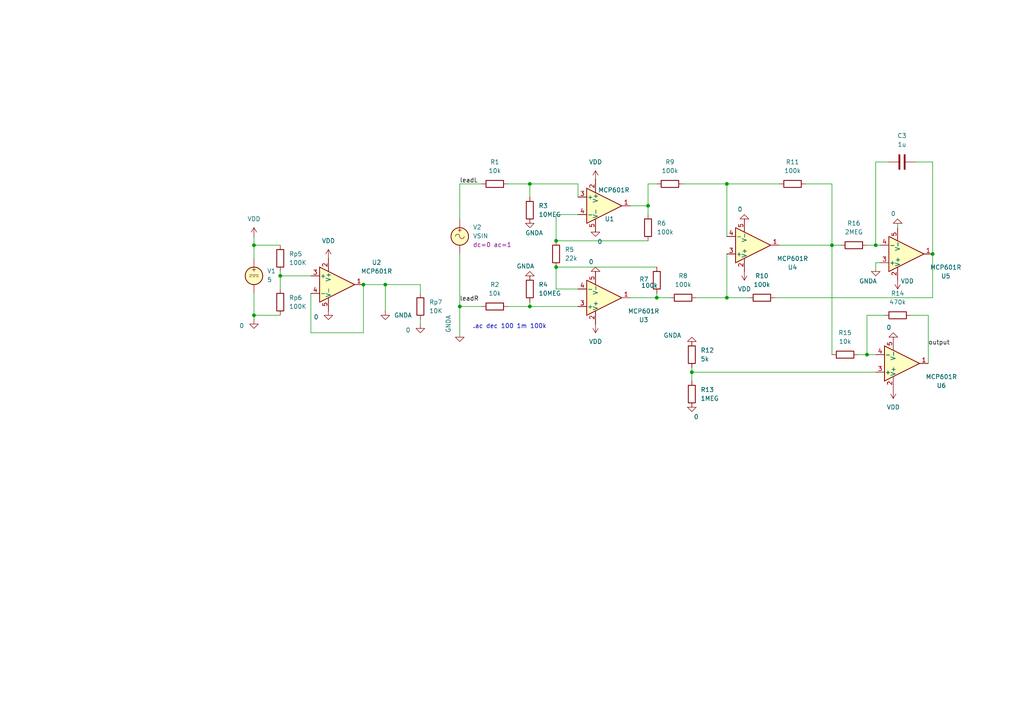
<source format=kicad_sch>
(kicad_sch (version 20250114) (generator "eeschema") (generator_version "9.0")
  (paper "A4")
  (lib_symbols
    (symbol "Amplifier_Operational:MCP601R" (pin_names (offset 0.127))
      (property "Reference" "U" (at 0 5.08 0))
      (property "Value" "MCP601R" (at 0 -5.08 0))
      (symbol "MCP601R_0_1"
        (polyline (pts (xy -5.08 5.08) (xy 5.08 0) (xy -5.08 -5.08) (xy -5.08 5.08)) (stroke (width 0.254)) (fill (type background)))
      )
      (symbol "MCP601R_1_1"
        (pin input line (at -7.62 2.54 0) (length 2.54) (name "+") (number "3"))
        (pin input line (at -7.62 -2.54 0) (length 2.54) (name "-") (number "4"))
        (pin power_in line (at -2.54 7.62 270) (length 3.81) (name "V+") (number "2"))
        (pin power_in line (at -2.54 -7.62 90) (length 3.81) (name "V-") (number "5"))
        (pin output line (at 7.62 0 180) (length 2.54) (name "~") (number "1"))
      )
    )
    (symbol "Device:C" (pin_numbers (hide yes)) (pin_names (offset 0.254))
      (property "Reference" "C" (at 0.635 2.54 0))
      (property "Value" "C" (at 0.635 -2.54 0))
      (symbol "C_0_1"
        (polyline (pts (xy -2.032 0.762) (xy 2.032 0.762)) (stroke (width 0.508)))
        (polyline (pts (xy -2.032 -0.762) (xy 2.032 -0.762)) (stroke (width 0.508)))
      )
      (symbol "C_1_1"
        (pin passive line (at 0 3.81 270) (length 2.794) (name "~") (number "1"))
        (pin passive line (at 0 -3.81 90) (length 2.794) (name "~") (number "2"))
      )
    )
    (symbol "Device:R" (pin_numbers (hide yes)) (pin_names (offset 0))
      (property "Reference" "R" (at 2.032 0 90))
      (property "Value" "R" (at 0 0 90))
      (symbol "R_0_1"
        (rectangle (start -1.016 -2.54) (end 1.016 2.54) (stroke (width 0.254)))
      )
      (symbol "R_1_1"
        (pin passive line (at 0 3.81 270) (length 1.27) (name "~") (number "1"))
        (pin passive line (at 0 -3.81 90) (length 1.27) (name "~") (number "2"))
      )
    )
    (symbol "Simulation_SPICE:0" (power) (pin_numbers (hide yes)) (pin_names (offset 0) (hide yes))
      (property "Value" "0" (at 0 -2.54 0))
      (symbol "0_0_1"
        (polyline (pts (xy -1.27 0) (xy 0 -1.27) (xy 1.27 0) (xy -1.27 0)))
      )
      (symbol "0_1_1"
        (pin power_in line (at 0 0 0) (length 0) (name "~") (number "1"))
      )
    )
    (symbol "Simulation_SPICE:VDC" (pin_numbers (hide yes)) (pin_names (offset 0.0254))
      (property "Reference" "V" (at 2.54 2.54 0))
      (property "Value" "1" (at 2.54 0 0))
      (symbol "VDC_0_0"
        (polyline (pts (xy -1.27 0.254) (xy 1.27 0.254)))
        (polyline (pts (xy -0.762 -0.254) (xy -1.27 -0.254)))
        (polyline (pts (xy 0.254 -0.254) (xy -0.254 -0.254)))
        (polyline (pts (xy 1.27 -0.254) (xy 0.762 -0.254)))
        (text "+" (at 0 1.905 0) (effects (font (size 1.27 1.27))))
      )
      (symbol "VDC_0_1"
        (circle (center 0 0) (radius 2.54) (stroke (width 0.254)) (fill (type background)))
      )
      (symbol "VDC_1_1"
        (pin passive line (at 0 5.08 270) (length 2.54) (name "~") (number "1"))
        (pin passive line (at 0 -5.08 90) (length 2.54) (name "~") (number "2"))
      )
    )
    (symbol "Simulation_SPICE:VSIN" (pin_numbers (hide yes)) (pin_names (offset 0.0254))
      (property "Reference" "V" (at 2.54 2.54 0))
      (property "Value" "VSIN" (at 2.54 0 0))
      (property "Sim.Params" "dc=0 ampl=1 f=1k ac=1" (at 2.54 -2.54 0))
      (symbol "VSIN_0_0"
        (arc (start -1.27 0) (mid -0.635 0.6323) (end 0 0))
        (arc (start 1.27 0) (mid 0.635 -0.6323) (end 0 0))
        (text "+" (at 0 1.905 0) (effects (font (size 1.27 1.27))))
      )
      (symbol "VSIN_0_1"
        (circle (center 0 0) (radius 2.54) (stroke (width 0.254)) (fill (type background)))
      )
      (symbol "VSIN_1_1"
        (pin passive line (at 0 5.08 270) (length 2.54) (name "~") (number "1"))
        (pin passive line (at 0 -5.08 90) (length 2.54) (name "~") (number "2"))
      )
    )
    (symbol "power:GND" (power) (pin_numbers (hide yes)) (pin_names (offset 0) (hide yes))
      (property "Value" "GND" (at 0 -3.81 0))
      (symbol "GND_0_1"
        (polyline (pts (xy 0 0) (xy 0 -1.27) (xy 1.27 -1.27) (xy 0 -2.54) (xy -1.27 -1.27) (xy 0 -1.27)))
      )
      (symbol "GND_1_1"
        (pin power_in line (at 0 0 270) (length 0) (name "~") (number "1"))
      )
    )
    (symbol "power:VDD" (power) (pin_numbers (hide yes)) (pin_names (offset 0) (hide yes))
      (property "Value" "VDD" (at 0 3.556 0))
      (symbol "VDD_0_1"
        (polyline (pts (xy -0.762 1.27) (xy 0 2.54)))
        (polyline (pts (xy 0 2.54) (xy 0.762 1.27)))
        (polyline (pts (xy 0 0) (xy 0 2.54)))
      )
      (symbol "VDD_1_1"
        (pin power_in line (at 0 0 90) (length 0) (name "~") (number "1"))
      )
    )
  )
  (text ".ac dec 100 1m 100k" (at 147.828 94.742 0) (effects (font (size 1.27 1.27))))
  (junction (at 161.29 77.47))
  (junction (at 187.96 59.69))
  (junction (at 190.5 86.36))
  (junction (at 161.29 69.85))
  (junction (at 73.66 91.44))
  (junction (at 251.46 102.87))
  (junction (at 105.41 82.55))
  (junction (at 210.82 86.36))
  (junction (at 111.76 82.55))
  (junction (at 241.3 71.12))
  (junction (at 200.66 107.95))
  (junction (at 133.35 88.9))
  (junction (at 210.82 53.34))
  (junction (at 81.28 80.01))
  (junction (at 153.67 88.9))
  (junction (at 153.67 53.34))
  (junction (at 73.66 71.12))
  (junction (at 270.51 73.66))
  (junction (at 254 71.12))
  (wire (pts (xy 241.3 53.34) (xy 233.68 53.34)))
  (wire (pts (xy 260.35 66.04) (xy 260.35 64.77)))
  (wire (pts (xy 201.93 86.36) (xy 210.82 86.36)))
  (wire (pts (xy 226.06 71.12) (xy 241.3 71.12)))
  (wire (pts (xy 198.12 53.34) (xy 210.82 53.34)))
  (wire (pts (xy 111.76 82.55) (xy 121.92 82.55)))
  (wire (pts (xy 153.67 87.63) (xy 153.67 88.9)))
  (wire (pts (xy 153.67 53.34) (xy 153.67 57.15)))
  (wire (pts (xy 73.66 92.71) (xy 73.66 91.44)))
  (wire (pts (xy 90.17 85.09) (xy 90.17 96.52)))
  (wire (pts (xy 210.82 53.34) (xy 210.82 68.58)))
  (wire (pts (xy 105.41 82.55) (xy 111.76 82.55)))
  (wire (pts (xy 111.76 82.55) (xy 111.76 90.17)))
  (wire (pts (xy 161.29 83.82) (xy 161.29 77.47)))
  (wire (pts (xy 133.35 73.66) (xy 133.35 88.9)))
  (wire (pts (xy 265.43 46.99) (xy 270.51 46.99)))
  (wire (pts (xy 81.28 80.01) (xy 81.28 83.82)))
  (wire (pts (xy 251.46 91.44) (xy 251.46 102.87)))
  (wire (pts (xy 257.81 46.99) (xy 254 46.99)))
  (wire (pts (xy 270.51 46.99) (xy 270.51 73.66)))
  (wire (pts (xy 190.5 85.09) (xy 190.5 86.36)))
  (wire (pts (xy 270.51 86.36) (xy 270.51 73.66)))
  (wire (pts (xy 241.3 102.87) (xy 241.3 71.12)))
  (wire (pts (xy 210.82 86.36) (xy 217.17 86.36)))
  (wire (pts (xy 210.82 73.66) (xy 210.82 86.36)))
  (wire (pts (xy 200.66 107.95) (xy 200.66 110.49)))
  (wire (pts (xy 153.67 53.34) (xy 167.64 53.34)))
  (wire (pts (xy 90.17 96.52) (xy 105.41 96.52)))
  (wire (pts (xy 73.66 71.12) (xy 73.66 68.58)))
  (wire (pts (xy 81.28 80.01) (xy 90.17 80.01)))
  (wire (pts (xy 187.96 59.69) (xy 187.96 62.23)))
  (wire (pts (xy 121.92 92.71) (xy 121.92 93.98)))
  (wire (pts (xy 167.64 62.23) (xy 161.29 62.23)))
  (wire (pts (xy 200.66 107.95) (xy 254 107.95)))
  (wire (pts (xy 200.66 106.68) (xy 200.66 107.95)))
  (wire (pts (xy 254 78.74) (xy 254 76.2)))
  (wire (pts (xy 248.92 102.87) (xy 251.46 102.87)))
  (wire (pts (xy 81.28 91.44) (xy 73.66 91.44)))
  (wire (pts (xy 254 46.99) (xy 254 71.12)))
  (wire (pts (xy 161.29 62.23) (xy 161.29 69.85)))
  (wire (pts (xy 269.24 105.41) (xy 269.24 91.44)))
  (wire (pts (xy 73.66 71.12) (xy 73.66 74.93)))
  (wire (pts (xy 161.29 77.47) (xy 190.5 77.47)))
  (wire (pts (xy 81.28 78.74) (xy 81.28 80.01)))
  (wire (pts (xy 182.88 59.69) (xy 187.96 59.69)))
  (wire (pts (xy 105.41 82.55) (xy 105.41 96.52)))
  (wire (pts (xy 167.64 53.34) (xy 167.64 57.15)))
  (wire (pts (xy 190.5 53.34) (xy 187.96 53.34)))
  (wire (pts (xy 182.88 86.36) (xy 190.5 86.36)))
  (wire (pts (xy 167.64 83.82) (xy 161.29 83.82)))
  (wire (pts (xy 187.96 53.34) (xy 187.96 59.69)))
  (wire (pts (xy 139.7 88.9) (xy 133.35 88.9)))
  (wire (pts (xy 241.3 71.12) (xy 243.84 71.12)))
  (wire (pts (xy 133.35 53.34) (xy 133.35 63.5)))
  (wire (pts (xy 153.67 88.9) (xy 167.64 88.9)))
  (wire (pts (xy 121.92 82.55) (xy 121.92 85.09)))
  (wire (pts (xy 81.28 71.12) (xy 73.66 71.12)))
  (wire (pts (xy 269.24 91.44) (xy 264.16 91.44)))
  (wire (pts (xy 241.3 53.34) (xy 241.3 71.12)))
  (wire (pts (xy 147.32 88.9) (xy 153.67 88.9)))
  (wire (pts (xy 224.79 86.36) (xy 270.51 86.36)))
  (wire (pts (xy 133.35 88.9) (xy 133.35 97.79)))
  (wire (pts (xy 147.32 53.34) (xy 153.67 53.34)))
  (wire (pts (xy 210.82 53.34) (xy 226.06 53.34)))
  (wire (pts (xy 73.66 91.44) (xy 73.66 85.09)))
  (wire (pts (xy 251.46 102.87) (xy 254 102.87)))
  (wire (pts (xy 254 71.12) (xy 255.27 71.12)))
  (wire (pts (xy 139.7 53.34) (xy 133.35 53.34)))
  (wire (pts (xy 254 76.2) (xy 255.27 76.2)))
  (wire (pts (xy 161.29 69.85) (xy 187.96 69.85)))
  (wire (pts (xy 251.46 71.12) (xy 254 71.12)))
  (wire (pts (xy 256.54 91.44) (xy 251.46 91.44)))
  (wire (pts (xy 190.5 86.36) (xy 194.31 86.36)))
  (label "leadR" (at 133.35 87.63 0))
  (label "leadL" (at 133.35 53.34 0))
  (label "output" (at 269.24 100.33 0))
  (symbol (lib_id "power:VDD") (at 260.35 81.28 180) (unit 1)
    (property "Reference" "#PWR011" (effects (hide yes)))
    (property "Value" "VDD" (at 263.144 81.534 0))
    (property "Description" "Power symbol creates a global label with name \"VDD\"" (effects (hide yes)))
  )
  (symbol (lib_id "power:GND") (at 121.92 93.98 0) (unit 1)
    (property "Reference" "#PWR07" (effects (hide yes)))
    (property "Value" "0" (at 118.364 95.758 0))
    (property "Description" "Power symbol creates a global label with name \"GND\" , ground" (effects (hide yes)))
  )
  (symbol (lib_id "power:GND") (at 111.76 90.17 0) (unit 1)
    (property "Reference" "#PWR08" (effects (hide yes)))
    (property "Value" "GNDA" (at 114.3 91.4399 0) (effects (justify left)))
    (property "Description" "Power symbol creates a global label with name \"GND\" , ground" (effects (hide yes)))
  )
  (symbol (lib_id "Amplifier_Operational:MCP601R") (at 261.62 105.41 0) (mirror x) (unit 1)
    (property "Reference" "U6" (at 273.05 111.8302 0))
    (property "Value" "MCP601R" (at 273.05 109.2902 0))
    (property "Footprint" "Package_TO_SOT_SMD:SOT-23-5" (effects (hide yes)))
    (property "Datasheet" "https://ww1.microchip.com/downloads/en/DeviceDoc/21314g.pdf" (effects (hide yes)))
    (property "Description" "Single 2.7V to 6.0V Single Supply CMOS Op Amps, SOT-23-5" (effects (hide yes)))
    (property "Sim.Library" "/home/pepika/work/faks/medicinska_elektronika/vezba1/MCP601_opamp.txt" (effects (hide yes)))
    (property "Sim.Name" "MCP601" (effects (hide yes)))
    (property "Sim.Device" "SUBCKT" (effects (hide yes)))
    (property "Sim.Pins" "1=5 2=3 3=1 4=2 5=4" (effects (hide yes)))
  )
  (symbol (lib_id "Amplifier_Operational:MCP601R") (at 218.44 71.12 0) (mirror x) (unit 1)
    (property "Reference" "U4" (at 229.87 77.5402 0))
    (property "Value" "MCP601R" (at 229.87 75.0002 0))
    (property "Footprint" "Package_TO_SOT_SMD:SOT-23-5" (effects (hide yes)))
    (property "Datasheet" "https://ww1.microchip.com/downloads/en/DeviceDoc/21314g.pdf" (effects (hide yes)))
    (property "Description" "Single 2.7V to 6.0V Single Supply CMOS Op Amps, SOT-23-5" (effects (hide yes)))
    (property "Sim.Library" "/home/pepika/work/faks/medicinska_elektronika/vezba1/MCP601_opamp.txt" (effects (hide yes)))
    (property "Sim.Name" "MCP601" (effects (hide yes)))
    (property "Sim.Device" "SUBCKT" (effects (hide yes)))
    (property "Sim.Pins" "1=5 2=3 3=1 4=2 5=4" (effects (hide yes)))
  )
  (symbol (lib_id "power:GND") (at 95.25 90.17 0) (unit 1)
    (property "Reference" "#PWR06" (effects (hide yes)))
    (property "Value" "0" (at 91.694 91.948 0))
    (property "Description" "Power symbol creates a global label with name \"GND\" , ground" (effects (hide yes)))
  )
  (symbol (lib_id "Simulation_SPICE:0") (at 153.67 80.01 180) (unit 1)
    (property "Reference" "#GND06" (effects (hide yes)))
    (property "Value" "GNDA" (at 152.4 77.216 0))
    (property "Datasheet" "https://ngspice.sourceforge.io/docs/ngspice-html-manual/manual.xhtml#subsec_Circuit_elements__device" (effects (hide yes)))
    (property "Description" "0V reference potential for simulation" (effects (hide yes)))
  )
  (symbol (lib_id "Simulation_SPICE:0") (at 133.35 97.79 0) (unit 1)
    (property "Reference" "#GND07" (effects (hide yes)))
    (property "Value" "GNDA" (at 130.048 96.52 90) (effects (justify left)))
    (property "Datasheet" "https://ngspice.sourceforge.io/docs/ngspice-html-manual/manual.xhtml#subsec_Circuit_elements__device" (effects (hide yes)))
    (property "Description" "0V reference potential for simulation" (effects (hide yes)))
  )
  (symbol (lib_id "Device:R") (at 153.67 83.82 0) (unit 1)
    (property "Reference" "R4" (at 156.21 82.5499 0) (effects (justify left)))
    (property "Value" "10MEG" (at 156.21 85.0899 0) (effects (justify left)))
    (property "Description" "Resistor" (effects (hide yes)))
  )
  (symbol (lib_id "Device:R") (at 81.28 74.93 0) (unit 1)
    (property "Reference" "Rp5" (at 83.82 73.6599 0) (effects (justify left)))
    (property "Value" "100K" (at 83.82 76.1999 0) (effects (justify left)))
    (property "Description" "Resistor" (effects (hide yes)))
  )
  (symbol (lib_id "Device:R") (at 143.51 88.9 90) (unit 1)
    (property "Reference" "R2" (at 143.51 82.55 90))
    (property "Value" "10k" (at 143.51 85.09 90))
    (property "Description" "Resistor" (effects (hide yes)))
  )
  (symbol (lib_id "Amplifier_Operational:MCP601R") (at 262.89 73.66 0) (mirror x) (unit 1)
    (property "Reference" "U5" (at 274.32 80.0802 0))
    (property "Value" "MCP601R" (at 274.32 77.5402 0))
    (property "Footprint" "Package_TO_SOT_SMD:SOT-23-5" (effects (hide yes)))
    (property "Datasheet" "https://ww1.microchip.com/downloads/en/DeviceDoc/21314g.pdf" (effects (hide yes)))
    (property "Description" "Single 2.7V to 6.0V Single Supply CMOS Op Amps, SOT-23-5" (effects (hide yes)))
    (property "Sim.Library" "/home/pepika/work/faks/medicinska_elektronika/vezba1/MCP601_opamp.txt" (effects (hide yes)))
    (property "Sim.Name" "MCP601" (effects (hide yes)))
    (property "Sim.Device" "SUBCKT" (effects (hide yes)))
    (property "Sim.Pins" "1=5 2=3 3=1 4=2 5=4" (effects (hide yes)))
  )
  (symbol (lib_id "Device:R") (at 121.92 88.9 0) (unit 1)
    (property "Reference" "Rp7" (at 124.46 87.6299 0) (effects (justify left)))
    (property "Value" "10K" (at 124.46 90.1699 0) (effects (justify left)))
    (property "Description" "Resistor" (effects (hide yes)))
  )
  (symbol (lib_id "Device:R") (at 247.65 71.12 270) (unit 1)
    (property "Reference" "R16" (at 247.65 64.77 90))
    (property "Value" "2MEG" (at 247.65 67.31 90))
    (property "Description" "Resistor" (effects (hide yes)))
  )
  (symbol (lib_id "Device:R") (at 229.87 53.34 270) (unit 1)
    (property "Reference" "R11" (at 229.87 46.99 90))
    (property "Value" "100k" (at 229.87 49.53 90))
    (property "Description" "Resistor" (effects (hide yes)))
  )
  (symbol (lib_id "Device:R") (at 260.35 91.44 270) (unit 1)
    (property "Reference" "R14" (at 260.35 85.09 90))
    (property "Value" "470k" (at 260.35 87.63 90))
    (property "Description" "Resistor" (effects (hide yes)))
  )
  (symbol (lib_id "Device:R") (at 81.28 87.63 0) (unit 1)
    (property "Reference" "Rp6" (at 83.82 86.3599 0) (effects (justify left)))
    (property "Value" "100K" (at 83.82 88.8999 0) (effects (justify left)))
    (property "Description" "Resistor" (effects (hide yes)))
  )
  (symbol (lib_id "Device:R") (at 143.51 53.34 90) (unit 1)
    (property "Reference" "R1" (at 143.51 46.99 90))
    (property "Value" "10k" (at 143.51 49.53 90))
    (property "Description" "Resistor" (effects (hide yes)))
  )
  (symbol (lib_id "power:GND") (at 73.66 92.71 0) (unit 1)
    (property "Reference" "#PWR01" (effects (hide yes)))
    (property "Value" "0" (at 70.104 94.488 0))
    (property "Description" "Power symbol creates a global label with name \"GND\" , ground" (effects (hide yes)))
  )
  (symbol (lib_id "Device:R") (at 220.98 86.36 270) (unit 1)
    (property "Reference" "R10" (at 220.98 80.01 90))
    (property "Value" "100k" (at 220.98 82.55 90))
    (property "Description" "Resistor" (effects (hide yes)))
  )
  (symbol (lib_id "Simulation_SPICE:0") (at 215.9 63.5 180) (unit 1)
    (property "Reference" "#GND03" (effects (hide yes)))
    (property "Value" "0" (at 214.63 60.706 0))
    (property "Datasheet" "https://ngspice.sourceforge.io/docs/ngspice-html-manual/manual.xhtml#subsec_Circuit_elements__device" (effects (hide yes)))
    (property "Description" "0V reference potential for simulation" (effects (hide yes)))
  )
  (symbol (lib_id "Simulation_SPICE:0") (at 172.72 67.31 0) (unit 1)
    (property "Reference" "#GND02" (effects (hide yes)))
    (property "Value" "0" (at 173.99 70.104 0))
    (property "Datasheet" "https://ngspice.sourceforge.io/docs/ngspice-html-manual/manual.xhtml#subsec_Circuit_elements__device" (effects (hide yes)))
    (property "Description" "0V reference potential for simulation" (effects (hide yes)))
  )
  (symbol (lib_id "power:VDD") (at 172.72 52.07 0) (unit 1)
    (property "Reference" "#PWR02" (effects (hide yes)))
    (property "Value" "VDD" (at 172.72 46.99 0))
    (property "Description" "Power symbol creates a global label with name \"VDD\"" (effects (hide yes)))
  )
  (symbol (lib_id "Device:R") (at 187.96 66.04 0) (unit 1)
    (property "Reference" "R6" (at 190.5 64.7699 0) (effects (justify left)))
    (property "Value" "100k" (at 190.5 67.3099 0) (effects (justify left)))
    (property "Description" "Resistor" (effects (hide yes)))
  )
  (symbol (lib_id "Simulation_SPICE:0") (at 153.67 64.77 0) (unit 1)
    (property "Reference" "#GND05" (effects (hide yes)))
    (property "Value" "GNDA" (at 154.94 67.564 0))
    (property "Datasheet" "https://ngspice.sourceforge.io/docs/ngspice-html-manual/manual.xhtml#subsec_Circuit_elements__device" (effects (hide yes)))
    (property "Description" "0V reference potential for simulation" (effects (hide yes)))
  )
  (symbol (lib_id "Device:C") (at 261.62 46.99 90) (unit 1)
    (property "Reference" "C3" (at 261.62 39.37 90))
    (property "Value" "1u" (at 261.62 41.91 90))
    (property "Description" "Unpolarized capacitor" (effects (hide yes)))
  )
  (symbol (lib_id "power:VDD") (at 172.72 93.98 180) (unit 1)
    (property "Reference" "#PWR03" (effects (hide yes)))
    (property "Value" "VDD" (at 172.72 99.06 0))
    (property "Description" "Power symbol creates a global label with name \"VDD\"" (effects (hide yes)))
  )
  (symbol (lib_id "Device:R") (at 200.66 102.87 0) (unit 1)
    (property "Reference" "R12" (at 203.2 101.5999 0) (effects (justify left)))
    (property "Value" "5k" (at 203.2 104.1399 0) (effects (justify left)))
    (property "Description" "Resistor" (effects (hide yes)))
  )
  (symbol (lib_id "Device:R") (at 161.29 73.66 180) (unit 1)
    (property "Reference" "R5" (at 163.83 72.3899 0) (effects (justify right)))
    (property "Value" "22k" (at 163.83 74.9299 0) (effects (justify right)))
    (property "Description" "Resistor" (effects (hide yes)))
  )
  (symbol (lib_id "Amplifier_Operational:MCP601R") (at 175.26 86.36 0) (mirror x) (unit 1)
    (property "Reference" "U3" (at 186.69 92.7802 0))
    (property "Value" "MCP601R" (at 186.69 90.2402 0))
    (property "Footprint" "Package_TO_SOT_SMD:SOT-23-5" (effects (hide yes)))
    (property "Datasheet" "https://ww1.microchip.com/downloads/en/DeviceDoc/21314g.pdf" (effects (hide yes)))
    (property "Description" "Single 2.7V to 6.0V Single Supply CMOS Op Amps, SOT-23-5" (effects (hide yes)))
    (property "Sim.Library" "/home/pepika/work/faks/medicinska_elektronika/vezba1/MCP601_opamp.txt" (effects (hide yes)))
    (property "Sim.Name" "MCP601" (effects (hide yes)))
    (property "Sim.Device" "SUBCKT" (effects (hide yes)))
    (property "Sim.Pins" "1=5 2=3 3=1 4=2 5=4" (effects (hide yes)))
  )
  (symbol (lib_id "power:VDD") (at 95.25 74.93 0) (unit 1)
    (property "Reference" "#PWR010" (effects (hide yes)))
    (property "Value" "VDD" (at 95.25 69.85 0))
    (property "Description" "Power symbol creates a global label with name \"VDD\"" (effects (hide yes)))
  )
  (symbol (lib_id "Simulation_SPICE:0") (at 254 78.74 0) (unit 1)
    (property "Reference" "#GND010" (effects (hide yes)))
    (property "Value" "GNDA" (at 249.174 81.534 0) (effects (justify left)))
    (property "Datasheet" "https://ngspice.sourceforge.io/docs/ngspice-html-manual/manual.xhtml#subsec_Circuit_elements__device" (effects (hide yes)))
    (property "Description" "0V reference potential for simulation" (effects (hide yes)))
  )
  (symbol (lib_id "power:VDD") (at 73.66 68.58 0) (unit 1)
    (property "Reference" "#PWR09" (effects (hide yes)))
    (property "Value" "VDD" (at 73.66 63.5 0))
    (property "Description" "Power symbol creates a global label with name \"VDD\"" (effects (hide yes)))
  )
  (symbol (lib_id "Simulation_SPICE:0") (at 260.35 64.77 180) (unit 1)
    (property "Reference" "#GND011" (effects (hide yes)))
    (property "Value" "0" (at 259.08 61.976 0))
    (property "Datasheet" "https://ngspice.sourceforge.io/docs/ngspice-html-manual/manual.xhtml#subsec_Circuit_elements__device" (effects (hide yes)))
    (property "Description" "0V reference potential for simulation" (effects (hide yes)))
  )
  (symbol (lib_id "Device:R") (at 153.67 60.96 0) (unit 1)
    (property "Reference" "R3" (at 156.21 59.6899 0) (effects (justify left)))
    (property "Value" "10MEG" (at 156.21 62.2299 0) (effects (justify left)))
    (property "Description" "Resistor" (effects (hide yes)))
  )
  (symbol (lib_id "Simulation_SPICE:0") (at 172.72 78.74 180) (unit 1)
    (property "Reference" "#GND01" (effects (hide yes)))
    (property "Value" "0" (at 171.45 75.946 0))
    (property "Datasheet" "https://ngspice.sourceforge.io/docs/ngspice-html-manual/manual.xhtml#subsec_Circuit_elements__device" (effects (hide yes)))
    (property "Description" "0V reference potential for simulation" (effects (hide yes)))
  )
  (symbol (lib_id "Amplifier_Operational:MCP601R") (at 97.79 82.55 0) (unit 1)
    (property "Reference" "U2" (at 109.22 76.1298 0))
    (property "Value" "MCP601R" (at 109.22 78.6698 0))
    (property "Footprint" "Package_TO_SOT_SMD:SOT-23-5" (effects (hide yes)))
    (property "Datasheet" "https://ww1.microchip.com/downloads/en/DeviceDoc/21314g.pdf" (effects (hide yes)))
    (property "Description" "Single 2.7V to 6.0V Single Supply CMOS Op Amps, SOT-23-5" (effects (hide yes)))
    (property "Sim.Library" "/home/pepika/work/faks/medicinska_elektronika/vezba1/MCP601_opamp.txt" (effects (hide yes)))
    (property "Sim.Name" "MCP601" (effects (hide yes)))
    (property "Sim.Device" "SUBCKT" (effects (hide yes)))
    (property "Sim.Pins" "1=5 2=3 3=1 4=2 5=4" (effects (hide yes)))
  )
  (symbol (lib_id "Simulation_SPICE:VDC") (at 73.66 80.01 0) (unit 1)
    (property "Reference" "V1" (at 77.47 78.6101 0) (effects (justify left)))
    (property "Value" "5" (at 77.47 81.1501 0) (effects (justify left)))
    (property "Datasheet" "https://ngspice.sourceforge.io/docs/ngspice-html-manual/manual.xhtml#sec_Independent_Sources_for" (effects (hide yes)))
    (property "Description" "Voltage source, DC" (effects (hide yes)))
    (property "Sim.Pins" "1=+ 2=-" (effects (hide yes)))
    (property "Sim.Type" "DC" (effects (hide yes)))
    (property "Sim.Device" "V" (effects (hide yes)))
  )
  (symbol (lib_id "power:VDD") (at 215.9 78.74 180) (unit 1)
    (property "Reference" "#PWR04" (effects (hide yes)))
    (property "Value" "VDD" (at 215.9 83.82 0))
    (property "Description" "Power symbol creates a global label with name \"VDD\"" (effects (hide yes)))
  )
  (symbol (lib_id "Device:R") (at 190.5 81.28 0) (unit 1)
    (property "Reference" "R7" (at 185.42 81.026 0) (effects (justify left)))
    (property "Value" "100k" (at 185.928 82.804 0) (effects (justify left)))
    (property "Description" "Resistor" (effects (hide yes)))
  )
  (symbol (lib_id "Device:R") (at 198.12 86.36 270) (unit 1)
    (property "Reference" "R8" (at 198.12 80.01 90))
    (property "Value" "100k" (at 198.12 82.55 90))
    (property "Description" "Resistor" (effects (hide yes)))
  )
  (symbol (lib_id "Device:R") (at 245.11 102.87 270) (unit 1)
    (property "Reference" "R15" (at 245.11 96.52 90))
    (property "Value" "10k" (at 245.11 99.06 90))
    (property "Description" "Resistor" (effects (hide yes)))
  )
  (symbol (lib_id "power:VDD") (at 259.08 113.03 180) (unit 1)
    (property "Reference" "#PWR05" (effects (hide yes)))
    (property "Value" "VDD" (at 259.08 118.11 0))
    (property "Description" "Power symbol creates a global label with name \"VDD\"" (effects (hide yes)))
  )
  (symbol (lib_id "Simulation_SPICE:VSIN") (at 133.35 68.58 0) (unit 1)
    (property "Reference" "V2" (at 137.16 65.9101 0) (effects (justify left)))
    (property "Value" "VSIN" (at 137.16 68.4501 0) (effects (justify left)))
    (property "Datasheet" "https://ngspice.sourceforge.io/docs/ngspice-html-manual/manual.xhtml#sec_Independent_Sources_for" (effects (hide yes)))
    (property "Description" "Voltage source, sinusoidal" (effects (hide yes)))
    (property "Sim.Pins" "1=+ 2=-" (effects (hide yes)))
    (property "Sim.Params" "dc=0 ac=1" (at 137.16 70.9901 0) (effects (justify left)))
    (property "Sim.Type" "SIN" (effects (hide yes)))
    (property "Sim.Device" "V" (effects (hide yes)))
  )
  (symbol (lib_id "Simulation_SPICE:0") (at 259.08 97.79 180) (unit 1)
    (property "Reference" "#GND09" (effects (hide yes)))
    (property "Value" "0" (at 257.81 94.996 0))
    (property "Datasheet" "https://ngspice.sourceforge.io/docs/ngspice-html-manual/manual.xhtml#subsec_Circuit_elements__device" (effects (hide yes)))
    (property "Description" "0V reference potential for simulation" (effects (hide yes)))
  )
  (symbol (lib_id "Device:R") (at 194.31 53.34 270) (unit 1)
    (property "Reference" "R9" (at 194.31 46.99 90))
    (property "Value" "100k" (at 194.31 49.53 90))
    (property "Description" "Resistor" (effects (hide yes)))
  )
  (symbol (lib_id "Simulation_SPICE:0") (at 200.66 118.11 0) (unit 1)
    (property "Reference" "#GND04" (effects (hide yes)))
    (property "Value" "0" (at 201.93 120.904 0))
    (property "Datasheet" "https://ngspice.sourceforge.io/docs/ngspice-html-manual/manual.xhtml#subsec_Circuit_elements__device" (effects (hide yes)))
    (property "Description" "0V reference potential for simulation" (effects (hide yes)))
  )
  (symbol (lib_id "Amplifier_Operational:MCP601R") (at 175.26 59.69 0) (unit 1)
    (property "Reference" "U1" (at 176.784 63.5 0))
    (property "Value" "MCP601R" (at 178.054 55.118 0))
    (property "Footprint" "Package_TO_SOT_SMD:SOT-23-5" (effects (hide yes)))
    (property "Datasheet" "https://ww1.microchip.com/downloads/en/DeviceDoc/21314g.pdf" (effects (hide yes)))
    (property "Description" "Single 2.7V to 6.0V Single Supply CMOS Op Amps, SOT-23-5" (effects (hide yes)))
    (property "Sim.Library" "/home/pepika/work/faks/medicinska_elektronika/vezba1/MCP601_opamp.txt" (effects (hide yes)))
    (property "Sim.Name" "MCP601" (effects (hide yes)))
    (property "Sim.Device" "SUBCKT" (effects (hide yes)))
    (property "Sim.Pins" "1=5 2=3 3=1 4=2 5=4" (effects (hide yes)))
  )
  (symbol (lib_id "Device:R") (at 200.66 114.3 0) (unit 1)
    (property "Reference" "R13" (at 203.2 113.0299 0) (effects (justify left)))
    (property "Value" "1MEG" (at 203.2 115.5699 0) (effects (justify left)))
    (property "Description" "Resistor" (effects (hide yes)))
  )
  (symbol (lib_id "Simulation_SPICE:0") (at 200.66 99.06 180) (unit 1)
    (property "Reference" "#GND08" (effects (hide yes)))
    (property "Value" "GNDA" (at 197.612 97.282 0) (effects (justify left)))
    (property "Datasheet" "https://ngspice.sourceforge.io/docs/ngspice-html-manual/manual.xhtml#subsec_Circuit_elements__device" (effects (hide yes)))
    (property "Description" "0V reference potential for simulation" (effects (hide yes)))
  )
)
</source>
